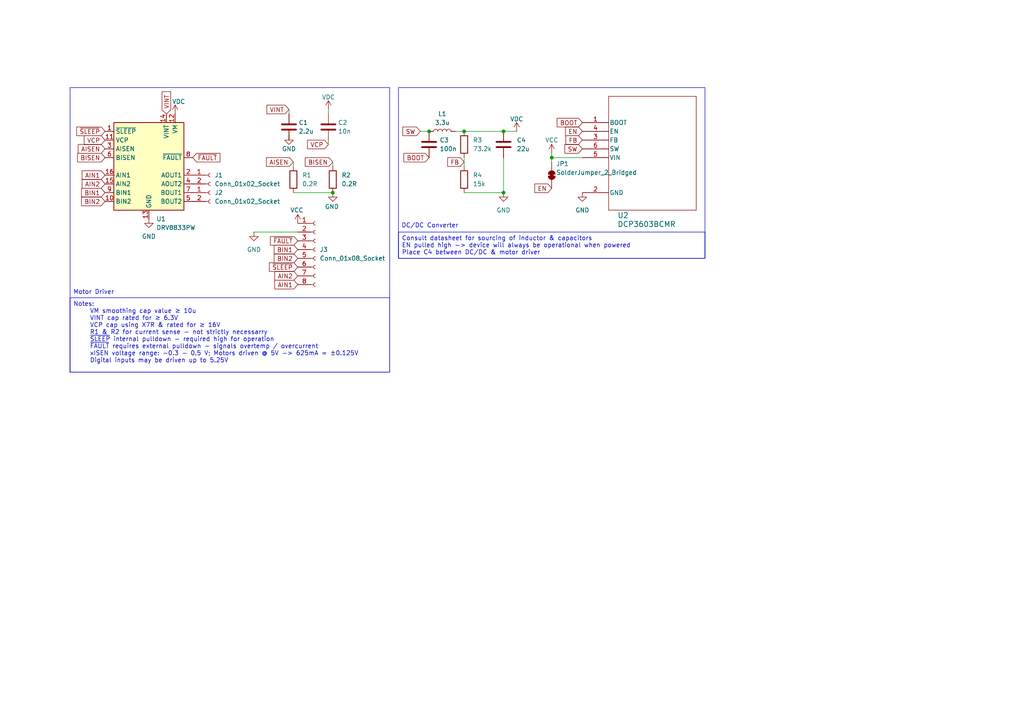
<source format=kicad_sch>
(kicad_sch (version 20250114) (generator "eeschema") (generator_version "9.0")
  (paper "A4")
  (lib_symbols
    (symbol "2026-02-10_02-42-14:DCP3603BCMR" (pin_names (offset 0.254))
      (property "Reference" "U" (at 20.32 12.7 0))
      (property "Value" "DCP3603BCMR" (at 20.32 10.16 0))
      (symbol "DCP3603BCMR_0_1"
        (polyline (pts (xy 7.62 7.62) (xy 7.62 -25.4)))
        (polyline (pts (xy 7.62 -25.4) (xy 33.02 -25.4)))
        (polyline (pts (xy 33.02 7.62) (xy 7.62 7.62)))
        (polyline (pts (xy 33.02 -25.4) (xy 33.02 7.62)))
        (pin unspecified line (at 0 0 0) (length 7.62) (name "BOOT") (number "1"))
        (pin unspecified line (at 0 -2.54 0) (length 7.62) (name "EN") (number "4"))
        (pin unspecified line (at 0 -5.08 0) (length 7.62) (name "FB") (number "3"))
        (pin unspecified line (at 0 -7.62 0) (length 7.62) (name "SW") (number "6"))
        (pin unspecified line (at 0 -10.16 0) (length 7.62) (name "VIN") (number "5"))
        (pin power_out line (at 0 -20.32 0) (length 7.62) (name "GND") (number "2"))
      )
    )
    (symbol "Connector:Conn_01x02_Socket" (pin_names (offset 1.016) (hide yes))
      (property "Reference" "J" (at 0 2.54 0))
      (property "Value" "Conn_01x02_Socket" (at 0 -5.08 0))
      (symbol "Conn_01x02_Socket_1_1"
        (polyline (pts (xy -1.27 0) (xy -0.508 0)) (stroke (width 0.1524)))
        (polyline (pts (xy -1.27 -2.54) (xy -0.508 -2.54)) (stroke (width 0.1524)))
        (arc (start 0 -0.508) (mid -0.5058 0) (end 0 0.508) (stroke (width 0.1524)))
        (arc (start 0 -3.048) (mid -0.5058 -2.54) (end 0 -2.032) (stroke (width 0.1524)))
        (pin passive line (at -5.08 0 0) (length 3.81) (name "Pin_1") (number "1"))
        (pin passive line (at -5.08 -2.54 0) (length 3.81) (name "Pin_2") (number "2"))
      )
    )
    (symbol "Connector:Conn_01x08_Socket" (pin_names (offset 1.016) (hide yes))
      (property "Reference" "J" (at 0 10.16 0))
      (property "Value" "Conn_01x08_Socket" (at 0 -12.7 0))
      (symbol "Conn_01x08_Socket_1_1"
        (polyline (pts (xy -1.27 7.62) (xy -0.508 7.62)) (stroke (width 0.1524)))
        (polyline (pts (xy -1.27 5.08) (xy -0.508 5.08)) (stroke (width 0.1524)))
        (polyline (pts (xy -1.27 2.54) (xy -0.508 2.54)) (stroke (width 0.1524)))
        (polyline (pts (xy -1.27 0) (xy -0.508 0)) (stroke (width 0.1524)))
        (polyline (pts (xy -1.27 -2.54) (xy -0.508 -2.54)) (stroke (width 0.1524)))
        (polyline (pts (xy -1.27 -5.08) (xy -0.508 -5.08)) (stroke (width 0.1524)))
        (polyline (pts (xy -1.27 -7.62) (xy -0.508 -7.62)) (stroke (width 0.1524)))
        (polyline (pts (xy -1.27 -10.16) (xy -0.508 -10.16)) (stroke (width 0.1524)))
        (arc (start 0 7.112) (mid -0.5058 7.62) (end 0 8.128) (stroke (width 0.1524)))
        (arc (start 0 4.572) (mid -0.5058 5.08) (end 0 5.588) (stroke (width 0.1524)))
        (arc (start 0 2.032) (mid -0.5058 2.54) (end 0 3.048) (stroke (width 0.1524)))
        (arc (start 0 -0.508) (mid -0.5058 0) (end 0 0.508) (stroke (width 0.1524)))
        (arc (start 0 -3.048) (mid -0.5058 -2.54) (end 0 -2.032) (stroke (width 0.1524)))
        (arc (start 0 -5.588) (mid -0.5058 -5.08) (end 0 -4.572) (stroke (width 0.1524)))
        (arc (start 0 -8.128) (mid -0.5058 -7.62) (end 0 -7.112) (stroke (width 0.1524)))
        (arc (start 0 -10.668) (mid -0.5058 -10.16) (end 0 -9.652) (stroke (width 0.1524)))
        (pin passive line (at -5.08 7.62 0) (length 3.81) (name "Pin_1") (number "1"))
        (pin passive line (at -5.08 5.08 0) (length 3.81) (name "Pin_2") (number "2"))
        (pin passive line (at -5.08 2.54 0) (length 3.81) (name "Pin_3") (number "3"))
        (pin passive line (at -5.08 0 0) (length 3.81) (name "Pin_4") (number "4"))
        (pin passive line (at -5.08 -2.54 0) (length 3.81) (name "Pin_5") (number "5"))
        (pin passive line (at -5.08 -5.08 0) (length 3.81) (name "Pin_6") (number "6"))
        (pin passive line (at -5.08 -7.62 0) (length 3.81) (name "Pin_7") (number "7"))
        (pin passive line (at -5.08 -10.16 0) (length 3.81) (name "Pin_8") (number "8"))
      )
    )
    (symbol "Device:C" (pin_numbers (hide yes)) (pin_names (offset 0.254))
      (property "Reference" "C" (at 0.635 2.54 0))
      (property "Value" "C" (at 0.635 -2.54 0))
      (symbol "C_0_1"
        (polyline (pts (xy -2.032 0.762) (xy 2.032 0.762)) (stroke (width 0.508)))
        (polyline (pts (xy -2.032 -0.762) (xy 2.032 -0.762)) (stroke (width 0.508)))
      )
      (symbol "C_1_1"
        (pin passive line (at 0 3.81 270) (length 2.794) (name "~") (number "1"))
        (pin passive line (at 0 -3.81 90) (length 2.794) (name "~") (number "2"))
      )
    )
    (symbol "Device:L" (pin_numbers (hide yes)) (pin_names (offset 1.016) (hide yes))
      (property "Reference" "L" (at -1.27 0 90))
      (property "Value" "L" (at 1.905 0 90))
      (symbol "L_0_1"
        (arc (start 0 2.54) (mid 0.6323 1.905) (end 0 1.27))
        (arc (start 0 1.27) (mid 0.6323 0.635) (end 0 0))
        (arc (start 0 0) (mid 0.6323 -0.635) (end 0 -1.27))
        (arc (start 0 -1.27) (mid 0.6323 -1.905) (end 0 -2.54))
      )
      (symbol "L_1_1"
        (pin passive line (at 0 3.81 270) (length 1.27) (name "1") (number "1"))
        (pin passive line (at 0 -3.81 90) (length 1.27) (name "2") (number "2"))
      )
    )
    (symbol "Device:R" (pin_numbers (hide yes)) (pin_names (offset 0))
      (property "Reference" "R" (at 2.032 0 90))
      (property "Value" "R" (at 0 0 90))
      (symbol "R_0_1"
        (rectangle (start -1.016 -2.54) (end 1.016 2.54) (stroke (width 0.254)))
      )
      (symbol "R_1_1"
        (pin passive line (at 0 3.81 270) (length 1.27) (name "~") (number "1"))
        (pin passive line (at 0 -3.81 90) (length 1.27) (name "~") (number "2"))
      )
    )
    (symbol "Driver_Motor:DRV8833PW"
      (property "Reference" "U" (at -3.81 16.51 0))
      (property "Value" "DRV8833PW" (at -3.81 13.97 0))
      (symbol "DRV8833PW_0_1"
        (rectangle (start -10.16 12.7) (end 10.16 -12.7) (stroke (width 0.254)) (fill (type background)))
      )
      (symbol "DRV8833PW_1_1"
        (pin input line (at -12.7 10.16 0) (length 2.54) (name "~{SLEEP}") (number "1"))
        (pin bidirectional line (at -12.7 7.62 0) (length 2.54) (name "VCP") (number "11"))
        (pin bidirectional line (at -12.7 5.08 0) (length 2.54) (name "AISEN") (number "3"))
        (pin bidirectional line (at -12.7 2.54 0) (length 2.54) (name "BISEN") (number "6"))
        (pin input line (at -12.7 -2.54 0) (length 2.54) (name "AIN1") (number "16"))
        (pin input line (at -12.7 -5.08 0) (length 2.54) (name "AIN2") (number "15"))
        (pin input line (at -12.7 -7.62 0) (length 2.54) (name "BIN1") (number "9"))
        (pin input line (at -12.7 -10.16 0) (length 2.54) (name "BIN2") (number "10"))
        (pin power_in line (at 0 -15.24 90) (length 2.54) (name "GND") (number "13"))
        (pin power_in line (at 5.08 15.24 270) (length 2.54) (name "VINT") (number "14"))
        (pin power_in line (at 7.62 15.24 270) (length 2.54) (name "VM") (number "12"))
        (pin open_collector line (at 12.7 2.54 180) (length 2.54) (name "~{FAULT}") (number "8"))
        (pin power_out line (at 12.7 -2.54 180) (length 2.54) (name "AOUT1") (number "2"))
        (pin power_out line (at 12.7 -5.08 180) (length 2.54) (name "AOUT2") (number "4"))
        (pin power_out line (at 12.7 -7.62 180) (length 2.54) (name "BOUT1") (number "7"))
        (pin power_out line (at 12.7 -10.16 180) (length 2.54) (name "BOUT2") (number "5"))
      )
    )
    (symbol "Jumper:SolderJumper_2_Bridged" (pin_numbers (hide yes)) (pin_names (offset 0) (hide yes)) (in_bom no)
      (property "Reference" "JP" (at 0 2.032 0))
      (property "Value" "SolderJumper_2_Bridged" (at 0 -2.54 0))
      (symbol "SolderJumper_2_Bridged_0_1"
        (rectangle (start -0.508 0.508) (end 0.508 -0.508) (fill (type outline)))
        (polyline (pts (xy -0.254 1.016) (xy -0.254 -1.016)))
        (arc (start -0.254 -1.016) (mid -1.2656 0) (end -0.254 1.016))
        (arc (start -0.254 -1.016) (mid -1.2656 0) (end -0.254 1.016) (fill (type outline)))
        (arc (start 0.254 1.016) (mid 1.2656 0) (end 0.254 -1.016))
        (arc (start 0.254 1.016) (mid 1.2656 0) (end 0.254 -1.016) (fill (type outline)))
        (polyline (pts (xy 0.254 1.016) (xy 0.254 -1.016)))
      )
      (symbol "SolderJumper_2_Bridged_1_1"
        (pin passive line (at -3.81 0 0) (length 2.54) (name "A") (number "1"))
        (pin passive line (at 3.81 0 180) (length 2.54) (name "B") (number "2"))
      )
    )
    (symbol "power:GND" (power) (pin_numbers (hide yes)) (pin_names (offset 0) (hide yes))
      (property "Value" "GND" (at 0 -3.81 0))
      (symbol "GND_0_1"
        (polyline (pts (xy 0 0) (xy 0 -1.27) (xy 1.27 -1.27) (xy 0 -2.54) (xy -1.27 -1.27) (xy 0 -1.27)))
      )
      (symbol "GND_1_1"
        (pin power_in line (at 0 0 270) (length 0) (name "~") (number "1"))
      )
    )
    (symbol "power:VCC" (power) (pin_numbers (hide yes)) (pin_names (offset 0) (hide yes))
      (property "Value" "VCC" (at 0 3.556 0))
      (symbol "VCC_0_1"
        (polyline (pts (xy -0.762 1.27) (xy 0 2.54)))
        (polyline (pts (xy 0 2.54) (xy 0.762 1.27)))
        (polyline (pts (xy 0 0) (xy 0 2.54)))
      )
      (symbol "VCC_1_1"
        (pin power_in line (at 0 0 90) (length 0) (name "~") (number "1"))
      )
    )
    (symbol "power:VDC" (power) (pin_numbers (hide yes)) (pin_names (offset 0) (hide yes))
      (property "Value" "VDC" (at 0 3.556 0))
      (symbol "VDC_0_1"
        (polyline (pts (xy -0.762 1.27) (xy 0 2.54)))
        (polyline (pts (xy 0 2.54) (xy 0.762 1.27)))
        (polyline (pts (xy 0 0) (xy 0 2.54)))
      )
      (symbol "VDC_1_1"
        (pin power_in line (at 0 0 90) (length 0) (name "~") (number "1"))
      )
    )
  )
  (rectangle (start 20.32 25.4) (end 113.03 107.95))
  (rectangle (start 115.57 25.4) (end 204.47 74.93))
  (text "DC/DC Converter" (at 124.714 65.532 0) (effects (font (size 1.27 1.27))))
  (text "Motor Driver" (at 27.178 84.836 0) (effects (font (size 1.27 1.27))))
  (text_box "Notes:\n	VM smoothing cap value ≥ 10u\n	VINT cap rated for ≥ 6.3V\n	VCP cap using X7R & rated for ≥ 16V\n	R1 & R2 for current sense - not strictly necessarry \n	~{SLEEP} internal pulldown - required high for operation\n	~{FAULT} requires external pulldown - signals overtemp / overcurrent\n	xISEN voltage range: -0.3 - 0.5 V; Motors driven @ 5V -> 625mA = ±0.125V\n	Digital inputs may be driven up to 5.25V" (at 20.32 86.36 0) (size 92.71 21.59) (margins 0.9525 0.9525 0.9525 0.9525) (effects (font (size 1.27 1.27)) (justify left top)))
  (text_box "Consult datasheet for sourcing of inductor & capacitors\nEN pulled high -> device will always be operational when powered\nPlace C4 between DC/DC & motor driver" (at 115.57 67.31 0) (size 88.9 7.62) (margins 0.9525 0.9525 0.9525 0.9525) (effects (font (size 1.27 1.27)) (justify left top)))
  (junction (at 124.46 38.1))
  (junction (at 96.52 55.88))
  (junction (at 146.05 38.1))
  (junction (at 146.05 55.88))
  (junction (at 134.62 38.1))
  (junction (at 160.02 45.72))
  (wire (pts (xy 134.62 38.1) (xy 146.05 38.1)))
  (wire (pts (xy 83.82 33.02) (xy 83.82 31.75)))
  (wire (pts (xy 95.25 31.75) (xy 95.25 33.02)))
  (wire (pts (xy 85.09 55.88) (xy 96.52 55.88)))
  (wire (pts (xy 121.92 38.1) (xy 124.46 38.1)))
  (wire (pts (xy 160.02 44.45) (xy 160.02 45.72)))
  (wire (pts (xy 73.66 67.31) (xy 86.36 67.31)))
  (wire (pts (xy 83.82 40.64) (xy 83.82 39.37)))
  (wire (pts (xy 95.25 41.91) (xy 95.25 40.64)))
  (wire (pts (xy 160.02 46.99) (xy 160.02 45.72)))
  (wire (pts (xy 132.08 38.1) (xy 134.62 38.1)))
  (wire (pts (xy 146.05 45.72) (xy 146.05 55.88)))
  (wire (pts (xy 134.62 45.72) (xy 134.62 48.26)))
  (wire (pts (xy 85.09 46.99) (xy 85.09 48.26)))
  (wire (pts (xy 134.62 55.88) (xy 146.05 55.88)))
  (wire (pts (xy 160.02 45.72) (xy 168.91 45.72)))
  (wire (pts (xy 146.05 38.1) (xy 149.86 38.1)))
  (wire (pts (xy 96.52 46.99) (xy 96.52 48.26)))
  (global_label "EN" (shape input) (at 168.91 38.1 180) (property "Intersheetrefs" "${INTERSHEET_REFS}" (effects (hide yes))))
  (global_label "~{FAULT}" (shape input) (at 55.88 45.72 0) (property "Intersheetrefs" "${INTERSHEET_REFS}" (effects (hide yes))))
  (global_label "BIN1" (shape input) (at 30.48 55.88 180) (property "Intersheetrefs" "${INTERSHEET_REFS}" (effects (hide yes))))
  (global_label "FB" (shape input) (at 168.91 40.64 180) (property "Intersheetrefs" "${INTERSHEET_REFS}" (effects (hide yes))))
  (global_label "SW" (shape input) (at 168.91 43.18 180) (property "Intersheetrefs" "${INTERSHEET_REFS}" (effects (hide yes))))
  (global_label "VCP" (shape input) (at 30.48 40.64 180) (property "Intersheetrefs" "${INTERSHEET_REFS}" (effects (hide yes))))
  (global_label "BIN2" (shape input) (at 86.36 74.93 180) (property "Intersheetrefs" "${INTERSHEET_REFS}" (effects (hide yes))))
  (global_label "VCP" (shape input) (at 95.25 41.91 180) (property "Intersheetrefs" "${INTERSHEET_REFS}" (effects (hide yes))))
  (global_label "AIN2" (shape input) (at 86.36 80.01 180) (property "Intersheetrefs" "${INTERSHEET_REFS}" (effects (hide yes))))
  (global_label "SW" (shape input) (at 121.92 38.1 180) (property "Intersheetrefs" "${INTERSHEET_REFS}" (effects (hide yes))))
  (global_label "BISEN" (shape input) (at 96.52 46.99 180) (property "Intersheetrefs" "${INTERSHEET_REFS}" (effects (hide yes))))
  (global_label "FB" (shape input) (at 134.62 46.99 180) (property "Intersheetrefs" "${INTERSHEET_REFS}" (effects (hide yes))))
  (global_label "AISEN" (shape input) (at 85.09 46.99 180) (property "Intersheetrefs" "${INTERSHEET_REFS}" (effects (hide yes))))
  (global_label "VINT" (shape input) (at 83.82 31.75 180) (property "Intersheetrefs" "${INTERSHEET_REFS}" (effects (hide yes))))
  (global_label "AIN2" (shape input) (at 30.48 53.34 180) (property "Intersheetrefs" "${INTERSHEET_REFS}" (effects (hide yes))))
  (global_label "~{SLEEP}" (shape input) (at 86.36 77.47 180) (property "Intersheetrefs" "${INTERSHEET_REFS}" (effects (hide yes))))
  (global_label "BISEN" (shape input) (at 30.48 45.72 180) (property "Intersheetrefs" "${INTERSHEET_REFS}" (effects (hide yes))))
  (global_label "EN" (shape input) (at 160.02 54.61 180) (property "Intersheetrefs" "${INTERSHEET_REFS}" (effects (hide yes))))
  (global_label "BIN2" (shape input) (at 30.48 58.42 180) (property "Intersheetrefs" "${INTERSHEET_REFS}" (effects (hide yes))))
  (global_label "AIN1" (shape input) (at 86.36 82.55 180) (property "Intersheetrefs" "${INTERSHEET_REFS}" (effects (hide yes))))
  (global_label "BOOT" (shape input) (at 168.91 35.56 180) (property "Intersheetrefs" "${INTERSHEET_REFS}" (effects (hide yes))))
  (global_label "BOOT" (shape input) (at 124.46 45.72 180) (property "Intersheetrefs" "${INTERSHEET_REFS}" (effects (hide yes))))
  (global_label "~{FAULT}" (shape input) (at 86.36 69.85 180) (property "Intersheetrefs" "${INTERSHEET_REFS}" (effects (hide yes))))
  (global_label "AISEN" (shape input) (at 30.48 43.18 180) (property "Intersheetrefs" "${INTERSHEET_REFS}" (effects (hide yes))))
  (global_label "AIN1" (shape input) (at 30.48 50.8 180) (property "Intersheetrefs" "${INTERSHEET_REFS}" (effects (hide yes))))
  (global_label "BIN1" (shape input) (at 86.36 72.39 180) (property "Intersheetrefs" "${INTERSHEET_REFS}" (effects (hide yes))))
  (global_label "VINT" (shape input) (at 48.26 33.02 90) (property "Intersheetrefs" "${INTERSHEET_REFS}" (effects (hide yes))))
  (global_label "~{SLEEP}" (shape input) (at 30.48 38.1 180) (property "Intersheetrefs" "${INTERSHEET_REFS}" (effects (hide yes))))
  (symbol (lib_id "power:GND") (at 168.91 55.88 0) (unit 1)
    (property "Reference" "#PWR011" (effects (hide yes)))
    (property "Value" "GND" (at 168.91 60.96 0))
    (property "Description" "Power symbol creates a global label with name \"GND\" , ground" (effects (hide yes)))
  )
  (symbol (lib_id "power:GND") (at 146.05 55.88 0) (unit 1)
    (property "Reference" "#PWR08" (effects (hide yes)))
    (property "Value" "GND" (at 146.05 60.96 0))
    (property "Description" "Power symbol creates a global label with name \"GND\" , ground" (effects (hide yes)))
  )
  (symbol (lib_id "Jumper:SolderJumper_2_Bridged") (at 160.02 50.8 90) (unit 1) (in_bom no)
    (property "Reference" "JP1" (at 161.29 47.498 90) (effects (justify right)))
    (property "Value" "SolderJumper_2_Bridged" (at 161.29 50.038 90) (effects (justify right)))
    (property "Footprint" "Jumper:SolderJumper-2_P1.3mm_Bridged_RoundedPad1.0x1.5mm" (effects (hide yes)))
    (property "Description" "Solder Jumper, 2-pole, closed/bridged" (effects (hide yes)))
  )
  (symbol (lib_id "Device:R") (at 96.52 52.07 0) (unit 1)
    (property "Reference" "R2" (at 99.06 50.7999 0) (effects (justify left)))
    (property "Value" "0.2R" (at 99.06 53.3399 0) (effects (justify left)))
    (property "Description" "Resistor" (effects (hide yes)))
  )
  (symbol (lib_id "power:VCC") (at 160.02 44.45 0) (unit 1)
    (property "Reference" "#PWR010" (effects (hide yes)))
    (property "Value" "VCC" (at 160.02 40.64 0))
    (property "Description" "Power symbol creates a global label with name \"VCC\"" (effects (hide yes)))
  )
  (symbol (lib_id "Device:R") (at 134.62 52.07 0) (unit 1)
    (property "Reference" "R4" (at 137.16 50.7999 0) (effects (justify left)))
    (property "Value" "15k" (at 137.16 53.3399 0) (effects (justify left)))
    (property "Footprint" "Resistor_SMD:R_0402_1005Metric_Pad0.72x0.64mm_HandSolder" (effects (hide yes)))
    (property "Description" "Resistor" (effects (hide yes)))
  )
  (symbol (lib_id "power:GND") (at 73.66 67.31 0) (unit 1)
    (property "Reference" "#PWR03" (effects (hide yes)))
    (property "Value" "GND" (at 73.66 72.39 0))
    (property "Description" "Power symbol creates a global label with name \"GND\" , ground" (effects (hide yes)))
  )
  (symbol (lib_id "Device:C") (at 146.05 41.91 0) (unit 1)
    (property "Reference" "C4" (at 149.86 40.6399 0) (effects (justify left)))
    (property "Value" "22u" (at 149.86 43.1799 0) (effects (justify left)))
    (property "Description" "Unpolarized capacitor" (effects (hide yes)))
  )
  (symbol (lib_id "Device:C") (at 124.46 41.91 0) (unit 1)
    (property "Reference" "C3" (at 127.508 40.64 0) (effects (justify left)))
    (property "Value" "100n" (at 127.508 43.18 0) (effects (justify left)))
    (property "Description" "Unpolarized capacitor" (effects (hide yes)))
  )
  (symbol (lib_id "Driver_Motor:DRV8833PW") (at 43.18 48.26 0) (unit 1)
    (property "Reference" "U1" (at 45.3233 63.5 0) (effects (justify left)))
    (property "Value" "DRV8833PW" (at 45.3233 66.04 0) (effects (justify left)))
    (property "Footprint" "Package_SO:TSSOP-16_4.4x5mm_P0.65mm" (effects (hide yes)))
    (property "Datasheet" "http://www.ti.com/lit/ds/symlink/drv8833.pdf" (effects (hide yes)))
    (property "Description" "Dual H-Bridge Motor Driver, TSSOP-16" (effects (hide yes)))
  )
  (symbol (lib_id "power:GND") (at 43.18 63.5 0) (unit 1)
    (property "Reference" "#PWR01" (effects (hide yes)))
    (property "Value" "GND" (at 43.18 68.58 0))
    (property "Description" "Power symbol creates a global label with name \"GND\" , ground" (effects (hide yes)))
  )
  (symbol (lib_id "power:GND") (at 96.52 55.88 0) (unit 1)
    (property "Reference" "#PWR07" (effects (hide yes)))
    (property "Value" "GND" (at 96.266 59.944 0))
    (property "Description" "Power symbol creates a global label with name \"GND\" , ground" (effects (hide yes)))
  )
  (symbol (lib_id "Device:R") (at 134.62 41.91 0) (unit 1)
    (property "Reference" "R3" (at 137.16 40.6399 0) (effects (justify left)))
    (property "Value" "73.2k" (at 137.16 43.1799 0) (effects (justify left)))
    (property "Footprint" "Resistor_SMD:R_0402_1005Metric_Pad0.72x0.64mm_HandSolder" (effects (hide yes)))
    (property "Description" "Resistor" (effects (hide yes)))
  )
  (symbol (lib_id "power:VDC") (at 95.25 31.75 0) (unit 1)
    (property "Reference" "#PWR06" (effects (hide yes)))
    (property "Value" "VDC" (at 95.25 28.194 0))
    (property "Description" "Power symbol creates a global label with name \"VDC\"" (effects (hide yes)))
  )
  (symbol (lib_id "power:VDC") (at 50.8 33.02 0) (unit 1)
    (property "Reference" "#PWR02" (effects (hide yes)))
    (property "Value" "VDC" (at 51.816 29.464 0))
    (property "Description" "Power symbol creates a global label with name \"VDC\"" (effects (hide yes)))
  )
  (symbol (lib_id "2026-02-10_02-42-14:DCP3603BCMR") (at 168.91 35.56 0) (unit 1)
    (property "Reference" "U2" (at 179.07 62.484 0) (effects (font (size 1.524 1.524)) (justify left)))
    (property "Value" "DCP3603BCMR" (at 179.07 65.024 0) (effects (font (size 1.524 1.524)) (justify left)))
    (property "Footprint" "footprints:SOT23-6L_1p7x3p01_STM" (effects (hide yes)))
    (property "Datasheet" "https://www.st.com/resource/en/datasheet/dcp3603.pdf" (effects (hide yes)))
  )
  (symbol (lib_id "Connector:Conn_01x02_Socket") (at 60.96 50.8 0) (unit 1)
    (property "Reference" "J1" (at 62.23 50.7999 0) (effects (justify left)))
    (property "Value" "Conn_01x02_Socket" (at 62.23 53.3399 0) (effects (justify left)))
    (property "Footprint" "Connector_JST:JST_PH_B2B-PH-K_1x02_P2.00mm_Vertical" (effects (hide yes)))
    (property "Description" "Generic connector, single row, 01x02, script generated" (effects (hide yes)))
  )
  (symbol (lib_id "Device:C") (at 83.82 36.83 0) (unit 1)
    (property "Reference" "C1" (at 86.614 35.56 0) (effects (justify left)))
    (property "Value" "2.2u" (at 86.614 38.1 0) (effects (justify left)))
    (property "Description" "Unpolarized capacitor" (effects (hide yes)))
  )
  (symbol (lib_id "power:VDC") (at 149.86 38.1 0) (unit 1)
    (property "Reference" "#PWR09" (effects (hide yes)))
    (property "Value" "VDC" (at 149.86 34.544 0))
    (property "Description" "Power symbol creates a global label with name \"VDC\"" (effects (hide yes)))
  )
  (symbol (lib_id "Connector:Conn_01x08_Socket") (at 91.44 72.39 0) (unit 1)
    (property "Reference" "J3" (at 92.71 72.3899 0) (effects (justify left)))
    (property "Value" "Conn_01x08_Socket" (at 92.71 74.9299 0) (effects (justify left)))
    (property "Footprint" "Connector_JST:JST_PH_B8B-PH-K_1x08_P2.00mm_Vertical" (effects (hide yes)))
    (property "Description" "Generic connector, single row, 01x08, script generated" (effects (hide yes)))
  )
  (symbol (lib_id "Device:L") (at 128.27 38.1 90) (unit 1)
    (property "Reference" "L1" (at 128.27 33.02 90))
    (property "Value" "3.3u" (at 128.27 35.56 90))
    (property "Description" "Inductor" (effects (hide yes)))
  )
  (symbol (lib_id "power:GND") (at 83.82 39.37 0) (unit 1)
    (property "Reference" "#PWR04" (effects (hide yes)))
    (property "Value" "GND" (at 83.82 43.18 0))
    (property "Description" "Power symbol creates a global label with name \"GND\" , ground" (effects (hide yes)))
  )
  (symbol (lib_id "Connector:Conn_01x02_Socket") (at 60.96 55.88 0) (unit 1)
    (property "Reference" "J2" (at 62.23 55.8799 0) (effects (justify left)))
    (property "Value" "Conn_01x02_Socket" (at 62.23 58.4199 0) (effects (justify left)))
    (property "Footprint" "Connector_JST:JST_PH_B2B-PH-K_1x02_P2.00mm_Vertical" (effects (hide yes)))
    (property "Description" "Generic connector, single row, 01x02, script generated" (effects (hide yes)))
  )
  (symbol (lib_id "power:VCC") (at 86.36 64.77 0) (unit 1)
    (property "Reference" "#PWR05" (effects (hide yes)))
    (property "Value" "VCC" (at 86.106 60.96 0))
    (property "Description" "Power symbol creates a global label with name \"VCC\"" (effects (hide yes)))
  )
  (symbol (lib_id "Device:C") (at 95.25 36.83 0) (unit 1)
    (property "Reference" "C2" (at 98.044 35.56 0) (effects (justify left)))
    (property "Value" "10n" (at 98.044 38.1 0) (effects (justify left)))
    (property "Description" "Unpolarized capacitor" (effects (hide yes)))
  )
  (symbol (lib_id "Device:R") (at 85.09 52.07 0) (unit 1)
    (property "Reference" "R1" (at 87.63 50.7999 0) (effects (justify left)))
    (property "Value" "0.2R" (at 87.63 53.3399 0) (effects (justify left)))
    (property "Description" "Resistor" (effects (hide yes)))
  )
)
</source>
